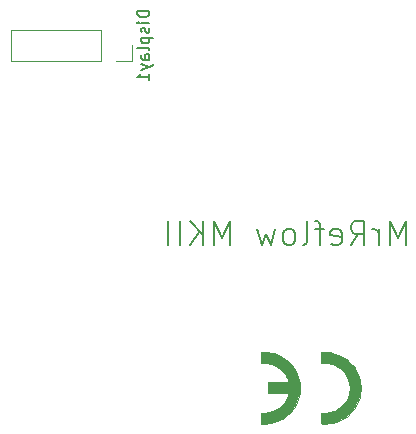
<source format=gbr>
G04 #@! TF.GenerationSoftware,KiCad,Pcbnew,(6.0.2)*
G04 #@! TF.CreationDate,2022-03-16T21:20:06+00:00*
G04 #@! TF.ProjectId,MrReflow,4d725265-666c-46f7-972e-6b696361645f,rev?*
G04 #@! TF.SameCoordinates,Original*
G04 #@! TF.FileFunction,Legend,Bot*
G04 #@! TF.FilePolarity,Positive*
%FSLAX46Y46*%
G04 Gerber Fmt 4.6, Leading zero omitted, Abs format (unit mm)*
G04 Created by KiCad (PCBNEW (6.0.2)) date 2022-03-16 21:20:06*
%MOMM*%
%LPD*%
G01*
G04 APERTURE LIST*
%ADD10C,0.150000*%
%ADD11C,0.010000*%
%ADD12C,0.120000*%
G04 APERTURE END LIST*
D10*
X117927619Y-77274761D02*
X117927619Y-75274761D01*
X117260952Y-76703333D01*
X116594285Y-75274761D01*
X116594285Y-77274761D01*
X115641904Y-77274761D02*
X115641904Y-75941428D01*
X115641904Y-76322380D02*
X115546666Y-76131904D01*
X115451428Y-76036666D01*
X115260952Y-75941428D01*
X115070476Y-75941428D01*
X113260952Y-77274761D02*
X113927619Y-76322380D01*
X114403809Y-77274761D02*
X114403809Y-75274761D01*
X113641904Y-75274761D01*
X113451428Y-75370000D01*
X113356190Y-75465238D01*
X113260952Y-75655714D01*
X113260952Y-75941428D01*
X113356190Y-76131904D01*
X113451428Y-76227142D01*
X113641904Y-76322380D01*
X114403809Y-76322380D01*
X111641904Y-77179523D02*
X111832380Y-77274761D01*
X112213333Y-77274761D01*
X112403809Y-77179523D01*
X112499047Y-76989047D01*
X112499047Y-76227142D01*
X112403809Y-76036666D01*
X112213333Y-75941428D01*
X111832380Y-75941428D01*
X111641904Y-76036666D01*
X111546666Y-76227142D01*
X111546666Y-76417619D01*
X112499047Y-76608095D01*
X110975238Y-75941428D02*
X110213333Y-75941428D01*
X110689523Y-77274761D02*
X110689523Y-75560476D01*
X110594285Y-75370000D01*
X110403809Y-75274761D01*
X110213333Y-75274761D01*
X109260952Y-77274761D02*
X109451428Y-77179523D01*
X109546666Y-76989047D01*
X109546666Y-75274761D01*
X108213333Y-77274761D02*
X108403809Y-77179523D01*
X108499047Y-77084285D01*
X108594285Y-76893809D01*
X108594285Y-76322380D01*
X108499047Y-76131904D01*
X108403809Y-76036666D01*
X108213333Y-75941428D01*
X107927619Y-75941428D01*
X107737142Y-76036666D01*
X107641904Y-76131904D01*
X107546666Y-76322380D01*
X107546666Y-76893809D01*
X107641904Y-77084285D01*
X107737142Y-77179523D01*
X107927619Y-77274761D01*
X108213333Y-77274761D01*
X106880000Y-75941428D02*
X106499047Y-77274761D01*
X106118095Y-76322380D01*
X105737142Y-77274761D01*
X105356190Y-75941428D01*
X103070476Y-77274761D02*
X103070476Y-75274761D01*
X102403809Y-76703333D01*
X101737142Y-75274761D01*
X101737142Y-77274761D01*
X100784761Y-77274761D02*
X100784761Y-75274761D01*
X99641904Y-77274761D02*
X100499047Y-76131904D01*
X99641904Y-75274761D02*
X100784761Y-76417619D01*
X98784761Y-77274761D02*
X98784761Y-75274761D01*
X97832380Y-77274761D02*
X97832380Y-75274761D01*
X96212380Y-57441428D02*
X95212380Y-57441428D01*
X95212380Y-57679523D01*
X95260000Y-57822380D01*
X95355238Y-57917619D01*
X95450476Y-57965238D01*
X95640952Y-58012857D01*
X95783809Y-58012857D01*
X95974285Y-57965238D01*
X96069523Y-57917619D01*
X96164761Y-57822380D01*
X96212380Y-57679523D01*
X96212380Y-57441428D01*
X96212380Y-58441428D02*
X95545714Y-58441428D01*
X95212380Y-58441428D02*
X95260000Y-58393809D01*
X95307619Y-58441428D01*
X95260000Y-58489047D01*
X95212380Y-58441428D01*
X95307619Y-58441428D01*
X96164761Y-58870000D02*
X96212380Y-58965238D01*
X96212380Y-59155714D01*
X96164761Y-59250952D01*
X96069523Y-59298571D01*
X96021904Y-59298571D01*
X95926666Y-59250952D01*
X95879047Y-59155714D01*
X95879047Y-59012857D01*
X95831428Y-58917619D01*
X95736190Y-58870000D01*
X95688571Y-58870000D01*
X95593333Y-58917619D01*
X95545714Y-59012857D01*
X95545714Y-59155714D01*
X95593333Y-59250952D01*
X95545714Y-59727142D02*
X96545714Y-59727142D01*
X95593333Y-59727142D02*
X95545714Y-59822380D01*
X95545714Y-60012857D01*
X95593333Y-60108095D01*
X95640952Y-60155714D01*
X95736190Y-60203333D01*
X96021904Y-60203333D01*
X96117142Y-60155714D01*
X96164761Y-60108095D01*
X96212380Y-60012857D01*
X96212380Y-59822380D01*
X96164761Y-59727142D01*
X96212380Y-60774761D02*
X96164761Y-60679523D01*
X96069523Y-60631904D01*
X95212380Y-60631904D01*
X96212380Y-61584285D02*
X95688571Y-61584285D01*
X95593333Y-61536666D01*
X95545714Y-61441428D01*
X95545714Y-61250952D01*
X95593333Y-61155714D01*
X96164761Y-61584285D02*
X96212380Y-61489047D01*
X96212380Y-61250952D01*
X96164761Y-61155714D01*
X96069523Y-61108095D01*
X95974285Y-61108095D01*
X95879047Y-61155714D01*
X95831428Y-61250952D01*
X95831428Y-61489047D01*
X95783809Y-61584285D01*
X95545714Y-61965238D02*
X96212380Y-62203333D01*
X95545714Y-62441428D02*
X96212380Y-62203333D01*
X96450476Y-62108095D01*
X96498095Y-62060476D01*
X96545714Y-61965238D01*
X96212380Y-63346190D02*
X96212380Y-62774761D01*
X96212380Y-63060476D02*
X95212380Y-63060476D01*
X95355238Y-62965238D01*
X95450476Y-62870000D01*
X95498095Y-62774761D01*
D11*
X105646665Y-87286406D02*
X105941015Y-87286695D01*
X105941015Y-87286695D02*
X106042990Y-87287120D01*
X106042990Y-87287120D02*
X106123645Y-87288408D01*
X106123645Y-87288408D02*
X106188112Y-87290914D01*
X106188112Y-87290914D02*
X106241524Y-87294996D01*
X106241524Y-87294996D02*
X106289012Y-87301008D01*
X106289012Y-87301008D02*
X106335711Y-87309308D01*
X106335711Y-87309308D02*
X106369611Y-87316436D01*
X106369611Y-87316436D02*
X106599451Y-87379754D01*
X106599451Y-87379754D02*
X106818768Y-87466012D01*
X106818768Y-87466012D02*
X107025799Y-87574009D01*
X107025799Y-87574009D02*
X107218780Y-87702544D01*
X107218780Y-87702544D02*
X107395951Y-87850418D01*
X107395951Y-87850418D02*
X107555547Y-88016430D01*
X107555547Y-88016430D02*
X107695807Y-88199379D01*
X107695807Y-88199379D02*
X107720446Y-88236449D01*
X107720446Y-88236449D02*
X107772244Y-88323402D01*
X107772244Y-88323402D02*
X107825145Y-88424820D01*
X107825145Y-88424820D02*
X107876164Y-88533866D01*
X107876164Y-88533866D02*
X107922318Y-88643702D01*
X107922318Y-88643702D02*
X107960625Y-88747488D01*
X107960625Y-88747488D02*
X107988102Y-88838388D01*
X107988102Y-88838388D02*
X107994196Y-88863984D01*
X107994196Y-88863984D02*
X108003561Y-88906979D01*
X108003561Y-88906979D02*
X106241979Y-88906979D01*
X106241979Y-88906979D02*
X106241979Y-89846250D01*
X106241979Y-89846250D02*
X108003561Y-89846250D01*
X108003561Y-89846250D02*
X107994196Y-89889244D01*
X107994196Y-89889244D02*
X107969136Y-89980611D01*
X107969136Y-89980611D02*
X107931648Y-90086469D01*
X107931648Y-90086469D02*
X107884815Y-90199878D01*
X107884815Y-90199878D02*
X107831718Y-90313892D01*
X107831718Y-90313892D02*
X107775440Y-90421569D01*
X107775440Y-90421569D02*
X107719064Y-90515967D01*
X107719064Y-90515967D02*
X107709608Y-90530319D01*
X107709608Y-90530319D02*
X107565866Y-90721791D01*
X107565866Y-90721791D02*
X107404667Y-90893630D01*
X107404667Y-90893630D02*
X107227010Y-91045163D01*
X107227010Y-91045163D02*
X107033891Y-91175719D01*
X107033891Y-91175719D02*
X106826309Y-91284624D01*
X106826309Y-91284624D02*
X106605262Y-91371206D01*
X106605262Y-91371206D02*
X106371745Y-91434794D01*
X106371745Y-91434794D02*
X106366044Y-91436021D01*
X106366044Y-91436021D02*
X106313462Y-91446622D01*
X106313462Y-91446622D02*
X106265042Y-91454513D01*
X106265042Y-91454513D02*
X106215391Y-91460078D01*
X106215391Y-91460078D02*
X106159119Y-91463702D01*
X106159119Y-91463702D02*
X106090832Y-91465769D01*
X106090832Y-91465769D02*
X106005141Y-91466664D01*
X106005141Y-91466664D02*
X105934401Y-91466799D01*
X105934401Y-91466799D02*
X105646667Y-91466776D01*
X105646667Y-91466776D02*
X105646667Y-92399479D01*
X105646667Y-92399479D02*
X105934401Y-92397762D01*
X105934401Y-92397762D02*
X106026376Y-92396709D01*
X106026376Y-92396709D02*
X106116109Y-92394766D01*
X106116109Y-92394766D02*
X106197842Y-92392126D01*
X106197842Y-92392126D02*
X106265821Y-92388981D01*
X106265821Y-92388981D02*
X106314289Y-92385526D01*
X106314289Y-92385526D02*
X106321354Y-92384789D01*
X106321354Y-92384789D02*
X106546763Y-92348594D01*
X106546763Y-92348594D02*
X106778614Y-92291376D01*
X106778614Y-92291376D02*
X107010575Y-92215284D01*
X107010575Y-92215284D02*
X107236315Y-92122465D01*
X107236315Y-92122465D02*
X107449501Y-92015068D01*
X107449501Y-92015068D02*
X107505303Y-91983135D01*
X107505303Y-91983135D02*
X107668844Y-91877667D01*
X107668844Y-91877667D02*
X107834786Y-91753545D01*
X107834786Y-91753545D02*
X107996573Y-91616431D01*
X107996573Y-91616431D02*
X108147650Y-91471982D01*
X108147650Y-91471982D02*
X108281460Y-91325859D01*
X108281460Y-91325859D02*
X108318007Y-91281607D01*
X108318007Y-91281607D02*
X108479327Y-91060012D01*
X108479327Y-91060012D02*
X108620652Y-90822378D01*
X108620652Y-90822378D02*
X108740975Y-90571089D01*
X108740975Y-90571089D02*
X108839289Y-90308532D01*
X108839289Y-90308532D02*
X108914588Y-90037092D01*
X108914588Y-90037092D02*
X108965865Y-89759155D01*
X108965865Y-89759155D02*
X108968410Y-89740416D01*
X108968410Y-89740416D02*
X108975359Y-89668751D01*
X108975359Y-89668751D02*
X108980292Y-89578046D01*
X108980292Y-89578046D02*
X108983208Y-89474923D01*
X108983208Y-89474923D02*
X108984105Y-89366009D01*
X108984105Y-89366009D02*
X108982981Y-89257925D01*
X108982981Y-89257925D02*
X108979834Y-89157298D01*
X108979834Y-89157298D02*
X108974662Y-89070752D01*
X108974662Y-89070752D02*
X108968617Y-89012812D01*
X108968617Y-89012812D02*
X108916661Y-88727894D01*
X108916661Y-88727894D02*
X108841431Y-88452354D01*
X108841431Y-88452354D02*
X108743609Y-88187809D01*
X108743609Y-88187809D02*
X108623879Y-87935877D01*
X108623879Y-87935877D02*
X108482924Y-87698177D01*
X108482924Y-87698177D02*
X108321427Y-87476325D01*
X108321427Y-87476325D02*
X108318007Y-87472079D01*
X108318007Y-87472079D02*
X108137720Y-87269121D01*
X108137720Y-87269121D02*
X107938578Y-87082656D01*
X107938578Y-87082656D02*
X107723027Y-86914214D01*
X107723027Y-86914214D02*
X107493515Y-86765325D01*
X107493515Y-86765325D02*
X107252491Y-86637517D01*
X107252491Y-86637517D02*
X107002400Y-86532322D01*
X107002400Y-86532322D02*
X106745691Y-86451267D01*
X106745691Y-86451267D02*
X106645381Y-86426769D01*
X106645381Y-86426769D02*
X106521470Y-86400938D01*
X106521470Y-86400938D02*
X106406300Y-86381592D01*
X106406300Y-86381592D02*
X106292480Y-86367981D01*
X106292480Y-86367981D02*
X106172615Y-86359356D01*
X106172615Y-86359356D02*
X106039313Y-86354968D01*
X106039313Y-86354968D02*
X105927787Y-86354008D01*
X105927787Y-86354008D02*
X105646667Y-86353750D01*
X105646667Y-86353750D02*
X105646665Y-87286406D01*
X105646665Y-87286406D02*
X105646665Y-87286406D01*
G36*
X105927787Y-86354008D02*
G01*
X106039313Y-86354968D01*
X106172615Y-86359356D01*
X106292480Y-86367981D01*
X106406300Y-86381592D01*
X106521470Y-86400938D01*
X106645381Y-86426769D01*
X106745691Y-86451267D01*
X107002400Y-86532322D01*
X107252491Y-86637517D01*
X107493515Y-86765325D01*
X107723027Y-86914214D01*
X107938578Y-87082656D01*
X108137720Y-87269121D01*
X108318007Y-87472079D01*
X108321427Y-87476325D01*
X108482924Y-87698177D01*
X108623879Y-87935877D01*
X108743609Y-88187809D01*
X108841431Y-88452354D01*
X108916661Y-88727894D01*
X108968617Y-89012812D01*
X108974662Y-89070752D01*
X108979834Y-89157298D01*
X108982981Y-89257925D01*
X108984105Y-89366009D01*
X108983208Y-89474923D01*
X108980292Y-89578046D01*
X108975359Y-89668751D01*
X108968410Y-89740416D01*
X108965865Y-89759155D01*
X108914588Y-90037092D01*
X108839289Y-90308532D01*
X108740975Y-90571089D01*
X108620652Y-90822378D01*
X108479327Y-91060012D01*
X108318007Y-91281607D01*
X108281460Y-91325859D01*
X108147650Y-91471982D01*
X107996573Y-91616431D01*
X107834786Y-91753545D01*
X107668844Y-91877667D01*
X107505303Y-91983135D01*
X107449501Y-92015068D01*
X107236315Y-92122465D01*
X107010575Y-92215284D01*
X106778614Y-92291376D01*
X106546763Y-92348594D01*
X106321354Y-92384789D01*
X106314289Y-92385526D01*
X106265821Y-92388981D01*
X106197842Y-92392126D01*
X106116109Y-92394766D01*
X106026376Y-92396709D01*
X105934401Y-92397762D01*
X105646667Y-92399479D01*
X105646667Y-91466776D01*
X105934401Y-91466799D01*
X106005141Y-91466664D01*
X106090832Y-91465769D01*
X106159119Y-91463702D01*
X106215391Y-91460078D01*
X106265042Y-91454513D01*
X106313462Y-91446622D01*
X106366044Y-91436021D01*
X106371745Y-91434794D01*
X106605262Y-91371206D01*
X106826309Y-91284624D01*
X107033891Y-91175719D01*
X107227010Y-91045163D01*
X107404667Y-90893630D01*
X107565866Y-90721791D01*
X107709608Y-90530319D01*
X107719064Y-90515967D01*
X107775440Y-90421569D01*
X107831718Y-90313892D01*
X107884815Y-90199878D01*
X107931648Y-90086469D01*
X107969136Y-89980611D01*
X107994196Y-89889244D01*
X108003561Y-89846250D01*
X106241979Y-89846250D01*
X106241979Y-88906979D01*
X108003561Y-88906979D01*
X107994196Y-88863984D01*
X107988102Y-88838388D01*
X107960625Y-88747488D01*
X107922318Y-88643702D01*
X107876164Y-88533866D01*
X107825145Y-88424820D01*
X107772244Y-88323402D01*
X107720446Y-88236449D01*
X107695807Y-88199379D01*
X107555547Y-88016430D01*
X107395951Y-87850418D01*
X107218780Y-87702544D01*
X107025799Y-87574009D01*
X106818768Y-87466012D01*
X106599451Y-87379754D01*
X106369611Y-87316436D01*
X106335711Y-87309308D01*
X106289012Y-87301008D01*
X106241524Y-87294996D01*
X106188112Y-87290914D01*
X106123645Y-87288408D01*
X106042990Y-87287120D01*
X105941015Y-87286695D01*
X105646665Y-87286406D01*
X105646667Y-86353750D01*
X105927787Y-86354008D01*
G37*
X105927787Y-86354008D02*
X106039313Y-86354968D01*
X106172615Y-86359356D01*
X106292480Y-86367981D01*
X106406300Y-86381592D01*
X106521470Y-86400938D01*
X106645381Y-86426769D01*
X106745691Y-86451267D01*
X107002400Y-86532322D01*
X107252491Y-86637517D01*
X107493515Y-86765325D01*
X107723027Y-86914214D01*
X107938578Y-87082656D01*
X108137720Y-87269121D01*
X108318007Y-87472079D01*
X108321427Y-87476325D01*
X108482924Y-87698177D01*
X108623879Y-87935877D01*
X108743609Y-88187809D01*
X108841431Y-88452354D01*
X108916661Y-88727894D01*
X108968617Y-89012812D01*
X108974662Y-89070752D01*
X108979834Y-89157298D01*
X108982981Y-89257925D01*
X108984105Y-89366009D01*
X108983208Y-89474923D01*
X108980292Y-89578046D01*
X108975359Y-89668751D01*
X108968410Y-89740416D01*
X108965865Y-89759155D01*
X108914588Y-90037092D01*
X108839289Y-90308532D01*
X108740975Y-90571089D01*
X108620652Y-90822378D01*
X108479327Y-91060012D01*
X108318007Y-91281607D01*
X108281460Y-91325859D01*
X108147650Y-91471982D01*
X107996573Y-91616431D01*
X107834786Y-91753545D01*
X107668844Y-91877667D01*
X107505303Y-91983135D01*
X107449501Y-92015068D01*
X107236315Y-92122465D01*
X107010575Y-92215284D01*
X106778614Y-92291376D01*
X106546763Y-92348594D01*
X106321354Y-92384789D01*
X106314289Y-92385526D01*
X106265821Y-92388981D01*
X106197842Y-92392126D01*
X106116109Y-92394766D01*
X106026376Y-92396709D01*
X105934401Y-92397762D01*
X105646667Y-92399479D01*
X105646667Y-91466776D01*
X105934401Y-91466799D01*
X106005141Y-91466664D01*
X106090832Y-91465769D01*
X106159119Y-91463702D01*
X106215391Y-91460078D01*
X106265042Y-91454513D01*
X106313462Y-91446622D01*
X106366044Y-91436021D01*
X106371745Y-91434794D01*
X106605262Y-91371206D01*
X106826309Y-91284624D01*
X107033891Y-91175719D01*
X107227010Y-91045163D01*
X107404667Y-90893630D01*
X107565866Y-90721791D01*
X107709608Y-90530319D01*
X107719064Y-90515967D01*
X107775440Y-90421569D01*
X107831718Y-90313892D01*
X107884815Y-90199878D01*
X107931648Y-90086469D01*
X107969136Y-89980611D01*
X107994196Y-89889244D01*
X108003561Y-89846250D01*
X106241979Y-89846250D01*
X106241979Y-88906979D01*
X108003561Y-88906979D01*
X107994196Y-88863984D01*
X107988102Y-88838388D01*
X107960625Y-88747488D01*
X107922318Y-88643702D01*
X107876164Y-88533866D01*
X107825145Y-88424820D01*
X107772244Y-88323402D01*
X107720446Y-88236449D01*
X107695807Y-88199379D01*
X107555547Y-88016430D01*
X107395951Y-87850418D01*
X107218780Y-87702544D01*
X107025799Y-87574009D01*
X106818768Y-87466012D01*
X106599451Y-87379754D01*
X106369611Y-87316436D01*
X106335711Y-87309308D01*
X106289012Y-87301008D01*
X106241524Y-87294996D01*
X106188112Y-87290914D01*
X106123645Y-87288408D01*
X106042990Y-87287120D01*
X105941015Y-87286695D01*
X105646665Y-87286406D01*
X105646667Y-86353750D01*
X105927787Y-86354008D01*
X110940813Y-86354315D02*
X110876330Y-86355975D01*
X110876330Y-86355975D02*
X110829697Y-86358945D01*
X110829697Y-86358945D02*
X110809349Y-86362088D01*
X110809349Y-86362088D02*
X110779583Y-86370065D01*
X110779583Y-86370065D02*
X110779583Y-87290530D01*
X110779583Y-87290530D02*
X110989119Y-87283259D01*
X110989119Y-87283259D02*
X111198953Y-87283523D01*
X111198953Y-87283523D02*
X111393141Y-87300382D01*
X111393141Y-87300382D02*
X111577580Y-87335075D01*
X111577580Y-87335075D02*
X111758168Y-87388839D01*
X111758168Y-87388839D02*
X111940803Y-87462911D01*
X111940803Y-87462911D02*
X112016511Y-87498879D01*
X112016511Y-87498879D02*
X112197062Y-87597977D01*
X112197062Y-87597977D02*
X112359702Y-87709326D01*
X112359702Y-87709326D02*
X112512099Y-87838408D01*
X112512099Y-87838408D02*
X112571378Y-87895705D01*
X112571378Y-87895705D02*
X112728015Y-88070861D01*
X112728015Y-88070861D02*
X112863527Y-88261520D01*
X112863527Y-88261520D02*
X112977234Y-88466394D01*
X112977234Y-88466394D02*
X113068456Y-88684193D01*
X113068456Y-88684193D02*
X113136515Y-88913629D01*
X113136515Y-88913629D02*
X113156674Y-89006197D01*
X113156674Y-89006197D02*
X113168823Y-89090244D01*
X113168823Y-89090244D02*
X113176934Y-89193234D01*
X113176934Y-89193234D02*
X113181015Y-89307965D01*
X113181015Y-89307965D02*
X113181074Y-89427234D01*
X113181074Y-89427234D02*
X113177116Y-89543837D01*
X113177116Y-89543837D02*
X113169149Y-89650571D01*
X113169149Y-89650571D02*
X113157181Y-89740233D01*
X113157181Y-89740233D02*
X113155943Y-89747031D01*
X113155943Y-89747031D02*
X113100089Y-89975759D01*
X113100089Y-89975759D02*
X113020701Y-90193965D01*
X113020701Y-90193965D02*
X112919069Y-90400177D01*
X112919069Y-90400177D02*
X112796478Y-90592928D01*
X112796478Y-90592928D02*
X112654219Y-90770748D01*
X112654219Y-90770748D02*
X112493579Y-90932168D01*
X112493579Y-90932168D02*
X112315845Y-91075719D01*
X112315845Y-91075719D02*
X112122307Y-91199931D01*
X112122307Y-91199931D02*
X111914252Y-91303336D01*
X111914252Y-91303336D02*
X111730763Y-91372535D01*
X111730763Y-91372535D02*
X111627623Y-91404118D01*
X111627623Y-91404118D02*
X111532893Y-91428129D01*
X111532893Y-91428129D02*
X111440130Y-91445463D01*
X111440130Y-91445463D02*
X111342894Y-91457016D01*
X111342894Y-91457016D02*
X111234742Y-91463680D01*
X111234742Y-91463680D02*
X111109233Y-91466352D01*
X111109233Y-91466352D02*
X111054089Y-91466504D01*
X111054089Y-91466504D02*
X110779583Y-91466186D01*
X110779583Y-91466186D02*
X110779583Y-92383164D01*
X110779583Y-92383164D02*
X110809349Y-92391141D01*
X110809349Y-92391141D02*
X110834749Y-92394138D01*
X110834749Y-92394138D02*
X110881744Y-92396203D01*
X110881744Y-92396203D02*
X110945490Y-92397382D01*
X110945490Y-92397382D02*
X111021142Y-92397723D01*
X111021142Y-92397723D02*
X111103854Y-92397274D01*
X111103854Y-92397274D02*
X111188783Y-92396083D01*
X111188783Y-92396083D02*
X111271083Y-92394197D01*
X111271083Y-92394197D02*
X111345909Y-92391663D01*
X111345909Y-92391663D02*
X111408417Y-92388531D01*
X111408417Y-92388531D02*
X111453762Y-92384847D01*
X111453762Y-92384847D02*
X111454271Y-92384789D01*
X111454271Y-92384789D02*
X111567271Y-92368341D01*
X111567271Y-92368341D02*
X111694872Y-92343706D01*
X111694872Y-92343706D02*
X111827338Y-92313083D01*
X111827338Y-92313083D02*
X111954934Y-92278667D01*
X111954934Y-92278667D02*
X112036016Y-92253536D01*
X112036016Y-92253536D02*
X112300553Y-92152498D01*
X112300553Y-92152498D02*
X112551277Y-92029513D01*
X112551277Y-92029513D02*
X112787195Y-91885777D01*
X112787195Y-91885777D02*
X113007320Y-91722487D01*
X113007320Y-91722487D02*
X113210660Y-91540838D01*
X113210660Y-91540838D02*
X113396227Y-91342026D01*
X113396227Y-91342026D02*
X113563030Y-91127247D01*
X113563030Y-91127247D02*
X113710079Y-90897698D01*
X113710079Y-90897698D02*
X113836385Y-90654573D01*
X113836385Y-90654573D02*
X113940958Y-90399070D01*
X113940958Y-90399070D02*
X114022808Y-90132383D01*
X114022808Y-90132383D02*
X114080945Y-89855709D01*
X114080945Y-89855709D02*
X114094162Y-89766875D01*
X114094162Y-89766875D02*
X114102618Y-89682107D01*
X114102618Y-89682107D02*
X114108437Y-89578118D01*
X114108437Y-89578118D02*
X114111618Y-89462009D01*
X114111618Y-89462009D02*
X114112161Y-89340887D01*
X114112161Y-89340887D02*
X114110066Y-89221854D01*
X114110066Y-89221854D02*
X114105334Y-89112014D01*
X114105334Y-89112014D02*
X114097963Y-89018472D01*
X114097963Y-89018472D02*
X114094162Y-88986354D01*
X114094162Y-88986354D02*
X114043241Y-88703706D01*
X114043241Y-88703706D02*
X113967795Y-88430614D01*
X113967795Y-88430614D02*
X113868081Y-88167714D01*
X113868081Y-88167714D02*
X113744354Y-87915637D01*
X113744354Y-87915637D02*
X113596872Y-87675017D01*
X113596872Y-87675017D02*
X113518048Y-87564218D01*
X113518048Y-87564218D02*
X113339770Y-87346723D01*
X113339770Y-87346723D02*
X113143767Y-87148344D01*
X113143767Y-87148344D02*
X112931402Y-86969882D01*
X112931402Y-86969882D02*
X112704041Y-86812133D01*
X112704041Y-86812133D02*
X112463047Y-86675897D01*
X112463047Y-86675897D02*
X112209787Y-86561971D01*
X112209787Y-86561971D02*
X111945623Y-86471153D01*
X111945623Y-86471153D02*
X111671921Y-86404241D01*
X111671921Y-86404241D02*
X111481120Y-86372813D01*
X111481120Y-86372813D02*
X111428646Y-86367490D01*
X111428646Y-86367490D02*
X111359782Y-86362930D01*
X111359782Y-86362930D02*
X111279419Y-86359212D01*
X111279419Y-86359212D02*
X111192450Y-86356413D01*
X111192450Y-86356413D02*
X111103764Y-86354612D01*
X111103764Y-86354612D02*
X111018255Y-86353887D01*
X111018255Y-86353887D02*
X110940813Y-86354315D01*
X110940813Y-86354315D02*
X110940813Y-86354315D01*
G36*
X111103764Y-86354612D02*
G01*
X111192450Y-86356413D01*
X111279419Y-86359212D01*
X111359782Y-86362930D01*
X111428646Y-86367490D01*
X111481120Y-86372813D01*
X111671921Y-86404241D01*
X111945623Y-86471153D01*
X112209787Y-86561971D01*
X112463047Y-86675897D01*
X112704041Y-86812133D01*
X112931402Y-86969882D01*
X113143767Y-87148344D01*
X113339770Y-87346723D01*
X113518048Y-87564218D01*
X113596872Y-87675017D01*
X113744354Y-87915637D01*
X113868081Y-88167714D01*
X113967795Y-88430614D01*
X114043241Y-88703706D01*
X114094162Y-88986354D01*
X114097963Y-89018472D01*
X114105334Y-89112014D01*
X114110066Y-89221854D01*
X114112161Y-89340887D01*
X114111618Y-89462009D01*
X114108437Y-89578118D01*
X114102618Y-89682107D01*
X114094162Y-89766875D01*
X114080945Y-89855709D01*
X114022808Y-90132383D01*
X113940958Y-90399070D01*
X113836385Y-90654573D01*
X113710079Y-90897698D01*
X113563030Y-91127247D01*
X113396227Y-91342026D01*
X113210660Y-91540838D01*
X113007320Y-91722487D01*
X112787195Y-91885777D01*
X112551277Y-92029513D01*
X112300553Y-92152498D01*
X112036016Y-92253536D01*
X111954934Y-92278667D01*
X111827338Y-92313083D01*
X111694872Y-92343706D01*
X111567271Y-92368341D01*
X111454271Y-92384789D01*
X111453762Y-92384847D01*
X111408417Y-92388531D01*
X111345909Y-92391663D01*
X111271083Y-92394197D01*
X111188783Y-92396083D01*
X111103854Y-92397274D01*
X111021142Y-92397723D01*
X110945490Y-92397382D01*
X110881744Y-92396203D01*
X110834749Y-92394138D01*
X110809349Y-92391141D01*
X110779583Y-92383164D01*
X110779583Y-91466186D01*
X111054089Y-91466504D01*
X111109233Y-91466352D01*
X111234742Y-91463680D01*
X111342894Y-91457016D01*
X111440130Y-91445463D01*
X111532893Y-91428129D01*
X111627623Y-91404118D01*
X111730763Y-91372535D01*
X111914252Y-91303336D01*
X112122307Y-91199931D01*
X112315845Y-91075719D01*
X112493579Y-90932168D01*
X112654219Y-90770748D01*
X112796478Y-90592928D01*
X112919069Y-90400177D01*
X113020701Y-90193965D01*
X113100089Y-89975759D01*
X113155943Y-89747031D01*
X113157181Y-89740233D01*
X113169149Y-89650571D01*
X113177116Y-89543837D01*
X113181074Y-89427234D01*
X113181015Y-89307965D01*
X113176934Y-89193234D01*
X113168823Y-89090244D01*
X113156674Y-89006197D01*
X113136515Y-88913629D01*
X113068456Y-88684193D01*
X112977234Y-88466394D01*
X112863527Y-88261520D01*
X112728015Y-88070861D01*
X112571378Y-87895705D01*
X112512099Y-87838408D01*
X112359702Y-87709326D01*
X112197062Y-87597977D01*
X112016511Y-87498879D01*
X111940803Y-87462911D01*
X111758168Y-87388839D01*
X111577580Y-87335075D01*
X111393141Y-87300382D01*
X111198953Y-87283523D01*
X110989119Y-87283259D01*
X110779583Y-87290530D01*
X110779583Y-86370065D01*
X110809349Y-86362088D01*
X110829697Y-86358945D01*
X110876330Y-86355975D01*
X110940813Y-86354315D01*
X111018255Y-86353887D01*
X111103764Y-86354612D01*
G37*
X111103764Y-86354612D02*
X111192450Y-86356413D01*
X111279419Y-86359212D01*
X111359782Y-86362930D01*
X111428646Y-86367490D01*
X111481120Y-86372813D01*
X111671921Y-86404241D01*
X111945623Y-86471153D01*
X112209787Y-86561971D01*
X112463047Y-86675897D01*
X112704041Y-86812133D01*
X112931402Y-86969882D01*
X113143767Y-87148344D01*
X113339770Y-87346723D01*
X113518048Y-87564218D01*
X113596872Y-87675017D01*
X113744354Y-87915637D01*
X113868081Y-88167714D01*
X113967795Y-88430614D01*
X114043241Y-88703706D01*
X114094162Y-88986354D01*
X114097963Y-89018472D01*
X114105334Y-89112014D01*
X114110066Y-89221854D01*
X114112161Y-89340887D01*
X114111618Y-89462009D01*
X114108437Y-89578118D01*
X114102618Y-89682107D01*
X114094162Y-89766875D01*
X114080945Y-89855709D01*
X114022808Y-90132383D01*
X113940958Y-90399070D01*
X113836385Y-90654573D01*
X113710079Y-90897698D01*
X113563030Y-91127247D01*
X113396227Y-91342026D01*
X113210660Y-91540838D01*
X113007320Y-91722487D01*
X112787195Y-91885777D01*
X112551277Y-92029513D01*
X112300553Y-92152498D01*
X112036016Y-92253536D01*
X111954934Y-92278667D01*
X111827338Y-92313083D01*
X111694872Y-92343706D01*
X111567271Y-92368341D01*
X111454271Y-92384789D01*
X111453762Y-92384847D01*
X111408417Y-92388531D01*
X111345909Y-92391663D01*
X111271083Y-92394197D01*
X111188783Y-92396083D01*
X111103854Y-92397274D01*
X111021142Y-92397723D01*
X110945490Y-92397382D01*
X110881744Y-92396203D01*
X110834749Y-92394138D01*
X110809349Y-92391141D01*
X110779583Y-92383164D01*
X110779583Y-91466186D01*
X111054089Y-91466504D01*
X111109233Y-91466352D01*
X111234742Y-91463680D01*
X111342894Y-91457016D01*
X111440130Y-91445463D01*
X111532893Y-91428129D01*
X111627623Y-91404118D01*
X111730763Y-91372535D01*
X111914252Y-91303336D01*
X112122307Y-91199931D01*
X112315845Y-91075719D01*
X112493579Y-90932168D01*
X112654219Y-90770748D01*
X112796478Y-90592928D01*
X112919069Y-90400177D01*
X113020701Y-90193965D01*
X113100089Y-89975759D01*
X113155943Y-89747031D01*
X113157181Y-89740233D01*
X113169149Y-89650571D01*
X113177116Y-89543837D01*
X113181074Y-89427234D01*
X113181015Y-89307965D01*
X113176934Y-89193234D01*
X113168823Y-89090244D01*
X113156674Y-89006197D01*
X113136515Y-88913629D01*
X113068456Y-88684193D01*
X112977234Y-88466394D01*
X112863527Y-88261520D01*
X112728015Y-88070861D01*
X112571378Y-87895705D01*
X112512099Y-87838408D01*
X112359702Y-87709326D01*
X112197062Y-87597977D01*
X112016511Y-87498879D01*
X111940803Y-87462911D01*
X111758168Y-87388839D01*
X111577580Y-87335075D01*
X111393141Y-87300382D01*
X111198953Y-87283523D01*
X110989119Y-87283259D01*
X110779583Y-87290530D01*
X110779583Y-86370065D01*
X110809349Y-86362088D01*
X110829697Y-86358945D01*
X110876330Y-86355975D01*
X110940813Y-86354315D01*
X111018255Y-86353887D01*
X111103764Y-86354612D01*
D12*
X93430000Y-61700000D02*
X94760000Y-61700000D01*
X94760000Y-61700000D02*
X94760000Y-60370000D01*
X92160000Y-61700000D02*
X84480000Y-61700000D01*
X84480000Y-61700000D02*
X84480000Y-59040000D01*
X92160000Y-61700000D02*
X92160000Y-59040000D01*
X92160000Y-59040000D02*
X84480000Y-59040000D01*
M02*

</source>
